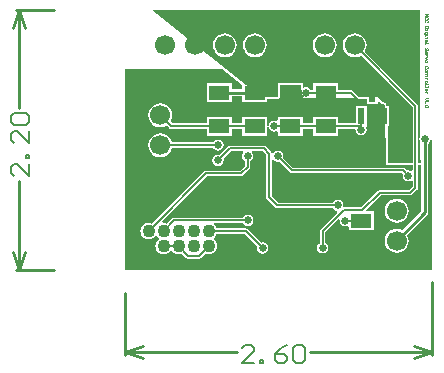
<source format=gtl>
G04 Layer_Physical_Order=1*
G04 Layer_Color=255*
%FSLAX44Y44*%
%MOMM*%
G71*
G01*
G75*
%ADD10R,1.8000X1.3000*%
%ADD11R,0.6000X1.4000*%
%ADD12C,0.2540*%
%ADD13C,0.1524*%
%ADD14C,0.1016*%
%ADD15C,1.1000*%
%ADD16R,1.1000X1.1000*%
%ADD17C,1.7000*%
%ADD18C,0.6350*%
G36*
X1720000Y1023196D02*
X1719472Y1022405D01*
X1719107Y1020572D01*
X1719472Y1018739D01*
X1720000Y1017948D01*
Y1003898D01*
X1721049Y1002849D01*
Y1000000D01*
X1718101D01*
Y1048830D01*
X1717923Y1049722D01*
X1717418Y1050478D01*
X1673181Y1094716D01*
X1673356Y1094945D01*
X1674366Y1097383D01*
X1674711Y1100000D01*
X1674366Y1102617D01*
X1673356Y1105055D01*
X1671749Y1107149D01*
X1669655Y1108756D01*
X1667217Y1109766D01*
X1664600Y1110110D01*
X1661983Y1109766D01*
X1659545Y1108756D01*
X1657451Y1107149D01*
X1655844Y1105055D01*
X1654834Y1102617D01*
X1654490Y1100000D01*
X1654834Y1097383D01*
X1655844Y1094945D01*
X1657451Y1092851D01*
X1659545Y1091244D01*
X1661983Y1090234D01*
X1664600Y1089889D01*
X1667217Y1090234D01*
X1669655Y1091244D01*
X1669884Y1091420D01*
X1713439Y1047865D01*
Y1000000D01*
X1692635D01*
X1692403Y1000096D01*
X1692307Y1000328D01*
Y1021650D01*
Y1031476D01*
X1693524D01*
Y1048524D01*
X1691524D01*
Y1048531D01*
X1691331Y1048997D01*
Y1049111D01*
Y1049274D01*
X1691299Y1049433D01*
D01*
X1691263Y1049616D01*
X1691153Y1050166D01*
X1690648Y1050922D01*
X1690394Y1051176D01*
X1689638Y1051681D01*
X1688746Y1051859D01*
X1688141D01*
X1683868Y1056132D01*
X1668324D01*
X1662808Y1061648D01*
X1662052Y1062153D01*
X1661160Y1062331D01*
X1650524D01*
Y1068024D01*
X1629476D01*
Y1062331D01*
X1627539D01*
X1626833Y1063388D01*
X1625278Y1064426D01*
X1623445Y1064791D01*
X1621612Y1064426D01*
X1620593Y1063745D01*
X1620582Y1063747D01*
Y1063886D01*
X1620524Y1064028D01*
Y1066374D01*
Y1068024D01*
X1599476D01*
Y1066374D01*
Y1056132D01*
X1584835D01*
X1492500Y1130000D01*
X1720000Y1130000D01*
Y1023196D01*
D02*
G37*
G36*
X1569476Y1066307D02*
Y1062849D01*
X1566557D01*
X1566554Y1062849D01*
X1566554Y1062849D01*
X1560524D01*
Y1068024D01*
X1539476D01*
Y1051976D01*
X1560524D01*
Y1057152D01*
X1566552D01*
X1566555Y1057151D01*
X1569476D01*
Y1051976D01*
X1590524D01*
Y1054482D01*
X1599476D01*
X1600642Y1054966D01*
X1601125Y1056132D01*
Y1066374D01*
X1618874D01*
Y1064028D01*
X1618933Y1063886D01*
Y1063747D01*
X1619000Y1063586D01*
Y1063396D01*
X1619058Y1063255D01*
X1619143Y1063170D01*
X1619210Y1062832D01*
X1619351Y1062738D01*
X1619416Y1062581D01*
X1619860Y1062397D01*
X1620000Y1062303D01*
Y1055624D01*
X1666499D01*
X1667158Y1054966D01*
X1668324Y1054482D01*
X1674976D01*
Y1050476D01*
X1684024D01*
Y1051984D01*
X1685197Y1052470D01*
X1686975Y1050692D01*
X1688141Y1050209D01*
X1688584D01*
X1688994Y1050127D01*
X1689342Y1049895D01*
X1689367Y1049871D01*
X1689599Y1049522D01*
X1689681Y1049112D01*
Y1048997D01*
X1689807Y1048694D01*
Y1048366D01*
X1690000Y1047899D01*
Y1022307D01*
X1690657Y1021650D01*
Y1000328D01*
X1690782Y1000025D01*
X1690782Y999697D01*
X1690879Y999465D01*
X1691111Y999233D01*
X1691140Y999162D01*
X1691211Y999132D01*
X1691439Y998905D01*
X1691468Y998834D01*
X1691539Y998804D01*
X1691771Y998572D01*
X1692003Y998476D01*
X1692331Y998476D01*
X1692635Y998350D01*
X1713439D01*
Y994417D01*
X1712169Y993738D01*
X1711761Y994010D01*
X1709928Y994375D01*
X1708681Y994127D01*
X1707004Y995804D01*
X1706248Y996309D01*
X1705356Y996487D01*
X1612088D01*
X1603727Y1004847D01*
X1603975Y1006094D01*
X1603610Y1007927D01*
X1602572Y1009482D01*
X1601017Y1010520D01*
X1599184Y1010885D01*
X1597351Y1010520D01*
X1595796Y1009482D01*
X1595356Y1008822D01*
X1594007Y1009091D01*
X1593971Y1009272D01*
X1593466Y1010028D01*
X1589148Y1014346D01*
X1588392Y1014851D01*
X1587500Y1015029D01*
X1559090D01*
X1558198Y1014851D01*
X1557442Y1014346D01*
X1550139Y1007043D01*
X1548892Y1007291D01*
X1547059Y1006926D01*
X1545504Y1005888D01*
X1544466Y1004333D01*
X1544101Y1002500D01*
X1544466Y1000667D01*
X1545504Y999112D01*
X1547059Y998074D01*
X1548892Y997709D01*
X1550725Y998074D01*
X1552280Y999112D01*
X1553318Y1000667D01*
X1553683Y1002500D01*
X1553435Y1003747D01*
X1560056Y1010367D01*
X1569609D01*
X1570139Y1009097D01*
X1569358Y1007927D01*
X1568993Y1006094D01*
X1569358Y1004261D01*
X1570396Y1002706D01*
X1571453Y1002000D01*
Y997915D01*
X1567485Y993947D01*
X1538916D01*
X1538024Y993769D01*
X1537268Y993264D01*
X1493045Y949041D01*
X1491834Y949543D01*
X1490000Y949784D01*
X1488166Y949543D01*
X1486458Y948835D01*
X1484991Y947709D01*
X1483865Y946242D01*
X1483157Y944533D01*
X1482915Y942700D01*
X1483157Y940866D01*
X1483865Y939157D01*
X1484991Y937690D01*
X1486458Y936564D01*
X1488166Y935856D01*
X1490000Y935615D01*
X1491834Y935856D01*
X1493542Y936564D01*
X1495010Y937690D01*
X1495553Y938399D01*
X1497147D01*
X1497690Y937690D01*
X1498399Y937147D01*
Y935553D01*
X1497690Y935009D01*
X1496565Y933542D01*
X1495857Y931833D01*
X1495616Y930000D01*
X1495857Y928166D01*
X1496565Y926457D01*
X1497690Y924990D01*
X1499158Y923864D01*
X1500866Y923157D01*
X1502700Y922915D01*
X1504534Y923157D01*
X1506242Y923864D01*
X1507710Y924990D01*
X1508253Y925698D01*
X1509847D01*
X1510390Y924990D01*
X1511858Y923864D01*
X1513566Y923157D01*
X1515400Y922915D01*
X1517234Y923157D01*
X1518445Y923658D01*
X1521986Y920118D01*
X1522742Y919613D01*
X1523634Y919435D01*
X1532566D01*
X1533458Y919613D01*
X1534214Y920118D01*
X1537755Y923658D01*
X1538966Y923157D01*
X1540800Y922915D01*
X1542634Y923157D01*
X1544342Y923864D01*
X1545810Y924990D01*
X1546935Y926457D01*
X1547643Y928166D01*
X1547885Y930000D01*
X1547643Y931833D01*
X1546935Y933542D01*
X1545810Y935009D01*
X1545101Y935553D01*
Y937147D01*
X1545810Y937690D01*
X1546935Y939157D01*
X1547437Y940369D01*
X1571205D01*
X1581957Y929617D01*
X1581709Y928370D01*
X1582074Y926537D01*
X1583112Y924982D01*
X1584667Y923944D01*
X1586500Y923579D01*
X1588334Y923944D01*
X1589888Y924982D01*
X1590927Y926537D01*
X1591291Y928370D01*
X1590927Y930203D01*
X1589888Y931758D01*
X1588334Y932796D01*
X1586500Y933161D01*
X1585253Y932913D01*
X1573819Y944348D01*
X1573062Y944853D01*
X1572171Y945030D01*
X1547437D01*
X1546935Y946242D01*
X1545810Y947709D01*
X1545252Y948137D01*
X1545683Y949407D01*
X1569690D01*
X1570396Y948350D01*
X1571951Y947312D01*
X1573784Y946947D01*
X1575617Y947312D01*
X1577172Y948350D01*
X1578210Y949905D01*
X1578575Y951738D01*
X1578210Y953571D01*
X1577172Y955126D01*
X1575617Y956164D01*
X1573784Y956529D01*
X1571951Y956164D01*
X1570396Y955126D01*
X1569690Y954069D01*
X1511738D01*
X1510847Y953891D01*
X1510090Y953386D01*
X1505745Y949041D01*
X1504534Y949543D01*
X1502700Y949784D01*
X1502098Y949705D01*
X1501504Y950908D01*
X1539882Y989285D01*
X1568450D01*
X1569342Y989463D01*
X1570098Y989968D01*
X1575432Y995302D01*
X1575937Y996058D01*
X1576115Y996950D01*
Y1002000D01*
X1577172Y1002706D01*
X1578210Y1004261D01*
X1578575Y1006094D01*
X1578210Y1007927D01*
X1577429Y1009097D01*
X1577959Y1010367D01*
X1586535D01*
X1589487Y1007415D01*
Y971550D01*
X1589665Y970658D01*
X1590170Y969902D01*
X1597298Y962774D01*
X1598054Y962268D01*
X1598946Y962091D01*
X1645906D01*
X1646613Y961034D01*
X1648167Y959995D01*
X1649357Y959759D01*
X1649785Y958392D01*
X1635636Y944242D01*
X1635131Y943486D01*
X1634953Y942594D01*
Y932903D01*
X1633896Y932197D01*
X1632858Y930642D01*
X1632493Y928809D01*
X1632858Y926975D01*
X1633896Y925421D01*
X1635451Y924383D01*
X1637284Y924018D01*
X1639117Y924383D01*
X1640672Y925421D01*
X1641710Y926975D01*
X1642075Y928809D01*
X1641710Y930642D01*
X1640672Y932197D01*
X1639615Y932903D01*
Y941629D01*
X1650775Y952788D01*
X1651945Y952163D01*
X1651813Y951500D01*
X1652178Y949667D01*
X1653217Y948112D01*
X1654771Y947074D01*
X1656604Y946709D01*
X1658206Y947028D01*
X1659476Y946356D01*
Y943476D01*
X1680524D01*
Y959524D01*
X1674664D01*
X1674178Y960698D01*
X1686509Y973029D01*
X1711706D01*
X1712598Y973207D01*
X1713354Y973712D01*
X1717418Y977776D01*
X1717923Y978532D01*
X1718101Y979424D01*
Y998350D01*
X1721049D01*
Y959678D01*
X1704823Y943452D01*
X1702616Y944366D01*
X1700000Y944711D01*
X1697383Y944366D01*
X1694944Y943356D01*
X1692850Y941749D01*
X1691244Y939655D01*
X1690234Y937217D01*
X1689889Y934600D01*
X1690234Y931983D01*
X1691244Y929545D01*
X1692850Y927451D01*
X1694944Y925844D01*
X1697383Y924834D01*
X1700000Y924490D01*
X1702616Y924834D01*
X1705055Y925844D01*
X1707149Y927451D01*
X1708756Y929545D01*
X1709766Y931983D01*
X1710110Y934600D01*
X1709766Y937217D01*
X1708852Y939423D01*
X1725912Y956484D01*
X1725912Y956484D01*
X1726530Y957408D01*
X1726747Y958499D01*
Y1016824D01*
X1727286Y1017184D01*
X1728324Y1018739D01*
X1728575Y1020000D01*
X1730000D01*
Y910000D01*
X1470000D01*
Y1070000D01*
Y1080000D01*
X1552359D01*
X1569476Y1066307D01*
D02*
G37*
G36*
X1595796Y1002706D02*
X1597351Y1001668D01*
X1599184Y1001303D01*
X1600431Y1001551D01*
X1609474Y992508D01*
X1610230Y992003D01*
X1611122Y991825D01*
X1704391D01*
X1705385Y990831D01*
X1705137Y989584D01*
X1705502Y987751D01*
X1706540Y986196D01*
X1708095Y985158D01*
X1709928Y984793D01*
X1711761Y985158D01*
X1712169Y985430D01*
X1713439Y984751D01*
Y980389D01*
X1710741Y977691D01*
X1685544D01*
X1684652Y977513D01*
X1683896Y977008D01*
X1669847Y962959D01*
X1655795D01*
X1654702Y963974D01*
X1654791Y964422D01*
X1654427Y966255D01*
X1653388Y967810D01*
X1651834Y968848D01*
X1650000Y969213D01*
X1648167Y968848D01*
X1646613Y967810D01*
X1645906Y966752D01*
X1599912D01*
X1594149Y972515D01*
Y1002886D01*
X1595419Y1003271D01*
X1595796Y1002706D01*
D02*
G37*
%LPC*%
G36*
X1500000Y1025510D02*
X1497383Y1025166D01*
X1494945Y1024156D01*
X1492851Y1022549D01*
X1491244Y1020455D01*
X1490234Y1018017D01*
X1489890Y1015400D01*
X1490234Y1012783D01*
X1491244Y1010345D01*
X1492851Y1008251D01*
X1494945Y1006644D01*
X1497383Y1005634D01*
X1500000Y1005290D01*
X1502617Y1005634D01*
X1505055Y1006644D01*
X1507149Y1008251D01*
X1508756Y1010345D01*
X1509766Y1012783D01*
X1509804Y1013069D01*
X1544798D01*
X1545504Y1012012D01*
X1547059Y1010974D01*
X1548892Y1010609D01*
X1550725Y1010974D01*
X1552280Y1012012D01*
X1553318Y1013567D01*
X1553683Y1015400D01*
X1553318Y1017234D01*
X1552280Y1018788D01*
X1550725Y1019826D01*
X1548892Y1020191D01*
X1547059Y1019826D01*
X1545504Y1018788D01*
X1544798Y1017731D01*
X1509804D01*
X1509766Y1018017D01*
X1508756Y1020455D01*
X1507149Y1022549D01*
X1505055Y1024156D01*
X1502617Y1025166D01*
X1500000Y1025510D01*
D02*
G37*
G36*
X1700000Y970111D02*
X1697383Y969766D01*
X1694944Y968756D01*
X1692850Y967149D01*
X1691244Y965055D01*
X1690234Y962617D01*
X1689889Y960000D01*
X1690234Y957383D01*
X1691244Y954945D01*
X1692850Y952851D01*
X1694944Y951244D01*
X1697383Y950234D01*
X1700000Y949890D01*
X1702616Y950234D01*
X1705055Y951244D01*
X1707149Y952851D01*
X1708756Y954945D01*
X1709766Y957383D01*
X1710110Y960000D01*
X1709766Y962617D01*
X1708756Y965055D01*
X1707149Y967149D01*
X1705055Y968756D01*
X1702616Y969766D01*
X1700000Y970111D01*
D02*
G37*
G36*
X1580000Y1110110D02*
X1577383Y1109766D01*
X1574945Y1108756D01*
X1572851Y1107149D01*
X1571244Y1105055D01*
X1570234Y1102617D01*
X1569889Y1100000D01*
X1570234Y1097383D01*
X1571244Y1094945D01*
X1572851Y1092851D01*
X1574945Y1091244D01*
X1577383Y1090234D01*
X1580000Y1089889D01*
X1582617Y1090234D01*
X1585055Y1091244D01*
X1587149Y1092851D01*
X1588756Y1094945D01*
X1589766Y1097383D01*
X1590110Y1100000D01*
X1589766Y1102617D01*
X1588756Y1105055D01*
X1587149Y1107149D01*
X1585055Y1108756D01*
X1582617Y1109766D01*
X1580000Y1110110D01*
D02*
G37*
G36*
X1639200D02*
X1636583Y1109766D01*
X1634145Y1108756D01*
X1632051Y1107149D01*
X1630444Y1105055D01*
X1629434Y1102617D01*
X1629090Y1100000D01*
X1629434Y1097383D01*
X1630444Y1094945D01*
X1632051Y1092851D01*
X1634145Y1091244D01*
X1636583Y1090234D01*
X1639200Y1089889D01*
X1641817Y1090234D01*
X1644255Y1091244D01*
X1646349Y1092851D01*
X1647956Y1094945D01*
X1648966Y1097383D01*
X1649311Y1100000D01*
X1648966Y1102617D01*
X1647956Y1105055D01*
X1646349Y1107149D01*
X1644255Y1108756D01*
X1641817Y1109766D01*
X1639200Y1110110D01*
D02*
G37*
G36*
X1500000Y1050910D02*
X1497383Y1050566D01*
X1494945Y1049556D01*
X1492851Y1047949D01*
X1491244Y1045855D01*
X1490234Y1043417D01*
X1489890Y1040800D01*
X1490234Y1038183D01*
X1491244Y1035745D01*
X1492851Y1033651D01*
X1494945Y1032044D01*
X1497383Y1031034D01*
X1500000Y1030690D01*
X1502617Y1031034D01*
X1505055Y1032044D01*
X1505284Y1032220D01*
X1507652Y1029852D01*
X1508408Y1029347D01*
X1509300Y1029169D01*
X1539476D01*
Y1023476D01*
X1560524D01*
Y1029169D01*
X1569476D01*
Y1023476D01*
X1590524D01*
Y1031223D01*
X1591794Y1031348D01*
X1592128Y1029667D01*
X1593167Y1028112D01*
X1594721Y1027074D01*
X1596555Y1026709D01*
X1598206Y1027038D01*
X1599207Y1026636D01*
X1599476Y1026492D01*
Y1023476D01*
X1620524D01*
Y1029169D01*
X1629476D01*
Y1023476D01*
X1650524D01*
Y1029169D01*
X1664705D01*
X1665209Y1028555D01*
X1665574Y1026721D01*
X1666612Y1025167D01*
X1668167Y1024128D01*
X1670000Y1023764D01*
X1671834Y1024128D01*
X1673388Y1025167D01*
X1674427Y1026721D01*
X1674791Y1028555D01*
X1674463Y1030206D01*
X1674524Y1031476D01*
X1674524Y1031476D01*
X1674524Y1031476D01*
Y1048524D01*
X1665476D01*
Y1033831D01*
X1650524D01*
Y1039524D01*
X1629476D01*
Y1033831D01*
X1620524D01*
Y1039524D01*
X1599476D01*
Y1036508D01*
X1599207Y1036364D01*
X1598206Y1035963D01*
X1596555Y1036291D01*
X1594721Y1035927D01*
X1593167Y1034888D01*
X1592128Y1033334D01*
X1591794Y1031653D01*
X1590524Y1031778D01*
Y1039524D01*
X1569476D01*
Y1033831D01*
X1560524D01*
Y1039524D01*
X1539476D01*
Y1033831D01*
X1510265D01*
X1508580Y1035516D01*
X1508756Y1035745D01*
X1509766Y1038183D01*
X1510110Y1040800D01*
X1509766Y1043417D01*
X1508756Y1045855D01*
X1507149Y1047949D01*
X1505055Y1049556D01*
X1502617Y1050566D01*
X1500000Y1050910D01*
D02*
G37*
G36*
X1554600Y1110110D02*
X1551983Y1109766D01*
X1549545Y1108756D01*
X1547451Y1107149D01*
X1545844Y1105055D01*
X1544834Y1102617D01*
X1544489Y1100000D01*
X1544834Y1097383D01*
X1545844Y1094945D01*
X1547451Y1092851D01*
X1549545Y1091244D01*
X1551983Y1090234D01*
X1554600Y1089889D01*
X1557217Y1090234D01*
X1559655Y1091244D01*
X1561749Y1092851D01*
X1563356Y1094945D01*
X1564366Y1097383D01*
X1564710Y1100000D01*
X1564366Y1102617D01*
X1563356Y1105055D01*
X1561749Y1107149D01*
X1559655Y1108756D01*
X1557217Y1109766D01*
X1554600Y1110110D01*
D02*
G37*
%LPD*%
D10*
X1610000Y1060000D02*
D03*
Y1031500D02*
D03*
X1670000Y980000D02*
D03*
Y951500D02*
D03*
X1640000Y1060000D02*
D03*
Y1031500D02*
D03*
X1580000Y1060000D02*
D03*
Y1031500D02*
D03*
X1550000Y1060000D02*
D03*
Y1031500D02*
D03*
D11*
X1689000Y1040000D02*
D03*
X1670000D02*
D03*
X1679500Y1059000D02*
D03*
D12*
X1661131Y1069975D02*
X1679448D01*
X1679500Y1068540D02*
Y1070304D01*
X1679448Y1069975D02*
Y1070356D01*
X1679500Y1059000D02*
Y1068540D01*
X1679448Y1070356D02*
X1679500Y1070304D01*
X1723898Y958499D02*
Y1020572D01*
X1700000Y934600D02*
X1723898Y958499D01*
X1550000Y1060000D02*
X1566554D01*
X1566555Y1060000D01*
X1580000D01*
X1377460Y910000D02*
X1410000D01*
X1377460Y1130000D02*
X1410000D01*
X1380000Y910000D02*
Y985211D01*
Y1046661D02*
Y1130000D01*
Y910000D02*
X1385080Y925240D01*
X1374920D02*
X1380000Y910000D01*
X1374920Y1114760D02*
X1380000Y1130000D01*
X1385080Y1114760D01*
X1730000Y837460D02*
Y900000D01*
X1470000Y837460D02*
Y890000D01*
X1626661Y840000D02*
X1730000D01*
X1470000D02*
X1565211D01*
X1714760Y845080D02*
X1730000Y840000D01*
X1714760Y834920D02*
X1730000Y840000D01*
X1470000D02*
X1485240Y834920D01*
X1470000Y840000D02*
X1485240Y845080D01*
D13*
X1609925Y1046480D02*
X1623445Y1060000D01*
X1670000Y1028555D02*
Y1031958D01*
X1637284Y928809D02*
Y942594D01*
X1655318Y960628D01*
X1670812D01*
X1685544Y975360D01*
X1711706D01*
X1715770Y979424D01*
Y1048830D01*
X1664600Y1100000D02*
X1715770Y1048830D01*
X1515400Y930000D02*
X1523634Y921766D01*
X1532566D01*
X1540800Y930000D01*
X1623445Y1060000D02*
X1640000D01*
X1610000D02*
X1623445D01*
X1540800Y942700D02*
X1572171D01*
X1586500Y928370D01*
X1656604Y951500D02*
X1670000D01*
X1550000Y1031500D02*
X1580000D01*
X1610000D02*
X1640000D01*
X1596555D02*
X1610000D01*
X1509300D02*
X1550000D01*
X1500000Y1040800D02*
X1509300Y1031500D01*
X1548892Y1002500D02*
X1559090Y1012698D01*
X1587500D01*
X1591818Y1008380D01*
Y971550D02*
Y1008380D01*
Y971550D02*
X1598946Y964422D01*
X1650000D01*
X1573784Y996950D02*
Y1006094D01*
X1568450Y991616D02*
X1573784Y996950D01*
X1538916Y991616D02*
X1568450D01*
X1490000Y942700D02*
X1538916Y991616D01*
X1670000Y980000D02*
X1686628D01*
X1690878Y984250D01*
X1689000Y1040000D02*
Y1049274D01*
X1688746Y1049528D02*
X1689000Y1049274D01*
X1671632Y1049528D02*
X1688746D01*
X1661160Y1060000D02*
X1671632Y1049528D01*
X1640000Y1060000D02*
X1661160D01*
X1705356Y994156D02*
X1709928Y989584D01*
X1611122Y994156D02*
X1705356D01*
X1599184Y1006094D02*
X1611122Y994156D01*
X1511738Y951738D02*
X1573784D01*
X1502700Y942700D02*
X1511738Y951738D01*
X1640518Y980000D02*
X1670000D01*
X1670000Y1031958D02*
Y1040000D01*
X1669542Y1031500D02*
X1670000Y1031958D01*
X1640000Y1031500D02*
X1669542D01*
X1500000Y1015400D02*
X1548892D01*
X1509628Y930000D02*
X1515400D01*
X1509522Y929894D02*
X1509628Y930000D01*
X1502806Y929894D02*
X1509522D01*
X1502700Y930000D02*
X1502806Y929894D01*
X1389142Y999431D02*
Y989275D01*
X1378985Y999431D01*
X1376446D01*
X1373907Y996892D01*
Y991814D01*
X1376446Y989275D01*
X1389142Y1004510D02*
X1386602D01*
Y1007049D01*
X1389142D01*
Y1004510D01*
Y1027362D02*
Y1017206D01*
X1378985Y1027362D01*
X1376446D01*
X1373907Y1024823D01*
Y1019745D01*
X1376446Y1017206D01*
Y1032441D02*
X1373907Y1034980D01*
Y1040058D01*
X1376446Y1042597D01*
X1386602D01*
X1389142Y1040058D01*
Y1034980D01*
X1386602Y1032441D01*
X1376446D01*
X1579431Y830859D02*
X1569275D01*
X1579431Y841015D01*
Y843554D01*
X1576892Y846094D01*
X1571814D01*
X1569275Y843554D01*
X1584510Y830859D02*
Y833398D01*
X1587049D01*
Y830859D01*
X1584510D01*
X1607362Y846094D02*
X1602284Y843554D01*
X1597206Y838476D01*
Y833398D01*
X1599745Y830859D01*
X1604823D01*
X1607362Y833398D01*
Y835937D01*
X1604823Y838476D01*
X1597206D01*
X1612441Y843554D02*
X1614980Y846094D01*
X1620058D01*
X1622597Y843554D01*
Y833398D01*
X1620058Y830859D01*
X1614980D01*
X1612441Y833398D01*
Y843554D01*
D14*
X1723898Y1126490D02*
X1726437D01*
X1723898Y1124797D01*
X1726437D01*
X1726014Y1122258D02*
X1726437Y1122681D01*
Y1123528D01*
X1726014Y1123951D01*
X1724321D01*
X1723898Y1123528D01*
Y1122681D01*
X1724321Y1122258D01*
X1726014Y1119719D02*
X1726437Y1120142D01*
Y1120988D01*
X1726014Y1121412D01*
X1724321D01*
X1723898Y1120988D01*
Y1120142D01*
X1724321Y1119719D01*
X1726437Y1116333D02*
X1723898D01*
Y1115064D01*
X1724321Y1114641D01*
X1726014D01*
X1726437Y1115064D01*
Y1116333D01*
X1723898Y1113794D02*
Y1112948D01*
Y1113371D01*
X1725591D01*
Y1113794D01*
X1723052Y1110832D02*
Y1110408D01*
X1723475Y1109985D01*
X1725591D01*
Y1111255D01*
X1725168Y1111678D01*
X1724321D01*
X1723898Y1111255D01*
Y1109985D01*
Y1109139D02*
Y1108292D01*
Y1108716D01*
X1725591D01*
Y1109139D01*
X1726014Y1106600D02*
X1725591D01*
Y1107023D01*
Y1106177D01*
Y1106600D01*
X1724321D01*
X1723898Y1106177D01*
X1725591Y1104484D02*
Y1103637D01*
X1725168Y1103214D01*
X1723898D01*
Y1104484D01*
X1724321Y1104907D01*
X1724744Y1104484D01*
Y1103214D01*
X1723898Y1102368D02*
Y1101521D01*
Y1101945D01*
X1726437D01*
Y1102368D01*
X1726014Y1096020D02*
X1726437Y1096443D01*
Y1097289D01*
X1726014Y1097713D01*
X1725591D01*
X1725168Y1097289D01*
Y1096443D01*
X1724744Y1096020D01*
X1724321D01*
X1723898Y1096443D01*
Y1097289D01*
X1724321Y1097713D01*
X1723898Y1093904D02*
Y1094750D01*
X1724321Y1095173D01*
X1725168D01*
X1725591Y1094750D01*
Y1093904D01*
X1725168Y1093481D01*
X1724744D01*
Y1095173D01*
X1725591Y1092634D02*
X1723898D01*
X1724744D01*
X1725168Y1092211D01*
X1725591Y1091788D01*
Y1091365D01*
Y1090095D02*
X1723898Y1089249D01*
X1725591Y1088402D01*
X1723898Y1087133D02*
Y1086286D01*
X1724321Y1085863D01*
X1725168D01*
X1725591Y1086286D01*
Y1087133D01*
X1725168Y1087556D01*
X1724321D01*
X1723898Y1087133D01*
X1726014Y1080785D02*
X1726437Y1081208D01*
Y1082054D01*
X1726014Y1082477D01*
X1724321D01*
X1723898Y1082054D01*
Y1081208D01*
X1724321Y1080785D01*
X1723898Y1079515D02*
Y1078669D01*
X1724321Y1078245D01*
X1725168D01*
X1725591Y1078669D01*
Y1079515D01*
X1725168Y1079938D01*
X1724321D01*
X1723898Y1079515D01*
Y1077399D02*
X1725591D01*
Y1076130D01*
X1725168Y1075706D01*
X1723898D01*
X1726014Y1074437D02*
X1725591D01*
Y1074860D01*
Y1074014D01*
Y1074437D01*
X1724321D01*
X1723898Y1074014D01*
X1725591Y1072744D02*
X1723898D01*
X1724744D01*
X1725168Y1072321D01*
X1725591Y1071898D01*
Y1071474D01*
X1723898Y1069782D02*
Y1068935D01*
X1724321Y1068512D01*
X1725168D01*
X1725591Y1068935D01*
Y1069782D01*
X1725168Y1070205D01*
X1724321D01*
X1723898Y1069782D01*
Y1067666D02*
Y1066819D01*
Y1067242D01*
X1726437D01*
Y1067666D01*
X1723898Y1065550D02*
Y1064703D01*
Y1065126D01*
X1726437D01*
Y1065550D01*
X1723898Y1062164D02*
Y1063010D01*
X1724321Y1063434D01*
X1725168D01*
X1725591Y1063010D01*
Y1062164D01*
X1725168Y1061741D01*
X1724744D01*
Y1063434D01*
X1725591Y1060894D02*
X1723898D01*
X1724744D01*
X1725168Y1060471D01*
X1725591Y1060048D01*
Y1059625D01*
X1726437Y1055816D02*
X1724744D01*
X1723898Y1054970D01*
X1724744Y1054123D01*
X1726437D01*
X1723898Y1053277D02*
Y1052430D01*
Y1052854D01*
X1726437D01*
X1726014Y1053277D01*
X1723898Y1051161D02*
X1724321D01*
Y1050738D01*
X1723898D01*
Y1051161D01*
X1726014Y1049045D02*
X1726437Y1048622D01*
Y1047775D01*
X1726014Y1047352D01*
X1724321D01*
X1723898Y1047775D01*
Y1048622D01*
X1724321Y1049045D01*
X1726014D01*
D15*
X1540800Y942700D02*
D03*
X1528100D02*
D03*
X1515400D02*
D03*
X1502700D02*
D03*
X1490000D02*
D03*
X1540800Y930000D02*
D03*
X1528100D02*
D03*
X1515400D02*
D03*
X1502700D02*
D03*
D16*
X1490000D02*
D03*
D17*
X1700000Y960000D02*
D03*
Y934600D02*
D03*
X1639200Y1100000D02*
D03*
X1664600D02*
D03*
X1690000D02*
D03*
X1500000Y990000D02*
D03*
Y1015400D02*
D03*
Y1040800D02*
D03*
X1529200Y1100000D02*
D03*
X1554600D02*
D03*
X1580000D02*
D03*
X1503800D02*
D03*
D18*
X1637284Y928809D02*
D03*
X1661131Y1069975D02*
D03*
X1679448Y1070356D02*
D03*
X1609925Y1046480D02*
D03*
X1623445Y1060000D02*
D03*
X1586500Y928370D02*
D03*
X1656604Y951500D02*
D03*
X1670000Y1028555D02*
D03*
X1596555Y1031500D02*
D03*
X1548892Y1002500D02*
D03*
X1650000Y964422D02*
D03*
X1723898Y1020572D02*
D03*
X1573784Y1006094D02*
D03*
X1690878Y984250D02*
D03*
X1709928Y989584D02*
D03*
X1599184Y1006094D02*
D03*
X1573784Y951738D02*
D03*
X1640518Y980000D02*
D03*
X1548892Y1015400D02*
D03*
M02*

</source>
